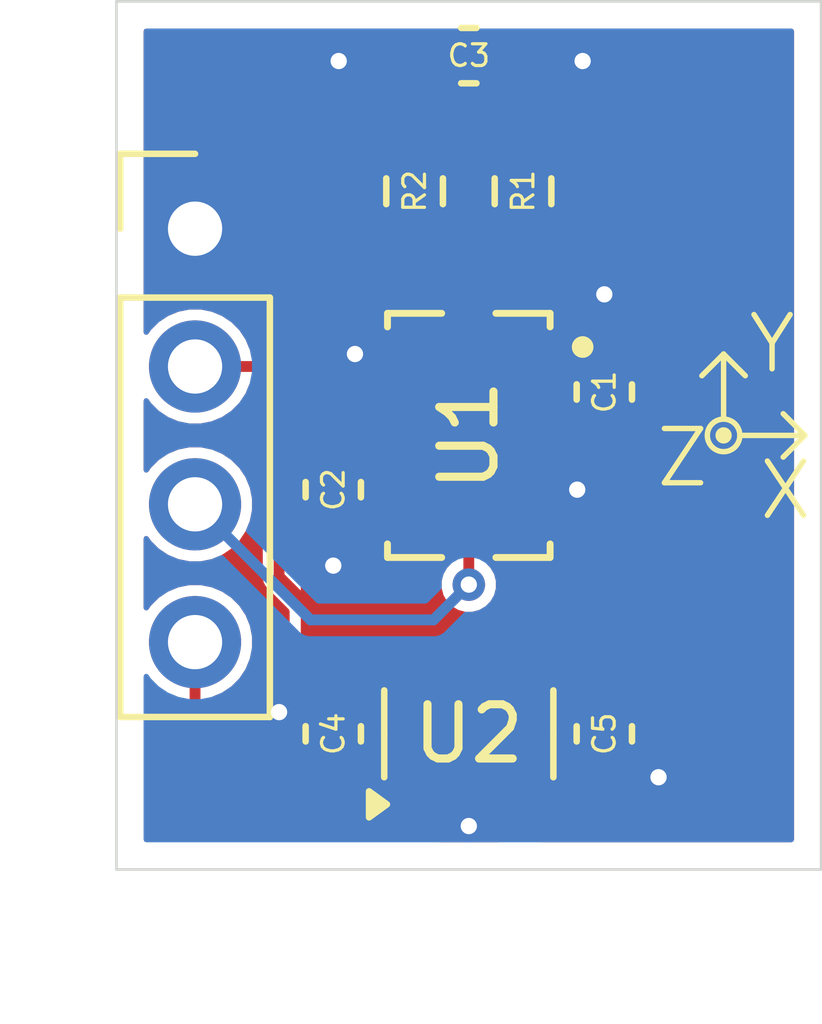
<source format=kicad_pcb>
(kicad_pcb (version 20241229) (generator "pcbnew") (generator_version "9.0")
  (layers (0 "F.Cu" signal) (2 "B.Cu" signal) (13 "F.Paste" user) (15 "B.Paste" user) (5 "F.SilkS" user "F.Silkscreen") (7 "B.SilkS" user "B.Silkscreen") (1 "F.Mask" user) (3 "B.Mask" user) (25 "Edge.Cuts" user))
  (net 0 "")
  (net 1 "VDD")
  (net 2 "SCL")
  (net 3 "SDA")
  (net 5 "GND")
  (net 6 "VIN")
  (footprint "Resistor_SMD:R_0603_1608Metric" (layer "F.Cu") (at 105.5 54.5 -90)
    (property "Reference" "R2" (at 0 0 90) (layer "F.SilkS") (effects (font (size 0.4 0.4) (thickness 0.06))))
    (property "Value" "4.7k")
    (fp_line (start -0.237258 0.5225) (end 0.237258 0.5225) (stroke (width 0.12)) (layer "F.SilkS"))
    (fp_line (start -0.237258 -0.5225) (end 0.237258 -0.5225) (stroke (width 0.12)) (layer "F.SilkS"))
    (pad "1" smd roundrect (at -0.825 0 270) (size 0.8 0.95) (layers "F.Cu" "F.Mask" "F.Paste") (net 1 "VDD"))
    (pad "2" smd roundrect (at 0.825 0 270) (size 0.8 0.95) (layers "F.Cu" "F.Mask" "F.Paste") (net 3 "SDA"))
  )
  (footprint "Resistor_SMD:R_0603_1608Metric" (layer "F.Cu") (at 107.5 54.5 -90)
    (property "Reference" "R1" (at 0 0 90) (layer "F.SilkS") (effects (font (size 0.4 0.4) (thickness 0.06))))
    (property "Value" "4.7k")
    (fp_line (start -0.237258 0.5225) (end 0.237258 0.5225) (stroke (width 0.12)) (layer "F.SilkS"))
    (fp_line (start -0.237258 -0.5225) (end 0.237258 -0.5225) (stroke (width 0.12)) (layer "F.SilkS"))
    (pad "1" smd roundrect (at -0.825 0 270) (size 0.8 0.95) (layers "F.Cu" "F.Mask" "F.Paste") (net 1 "VDD"))
    (pad "2" smd roundrect (at 0.825 0 270) (size 0.8 0.95) (layers "F.Cu" "F.Mask" "F.Paste") (net 2 "SCL"))
  )
  (footprint "Capacitor_SMD:C_0603_1608Metric" (layer "F.Cu") (at 106.5 52)
    (property "Reference" "C3" (at 0 0 0) (layer "F.SilkS") (effects (font (size 0.4 0.4) (thickness 0.06))))
    (property "Value" "4.7uF")
    (fp_line (start -0.14058 -0.51) (end 0.14058 -0.51) (stroke (width 0.12)) (layer "F.SilkS"))
    (fp_line (start -0.14058 0.51) (end 0.14058 0.51) (stroke (width 0.12)) (layer "F.SilkS"))
    (pad "1" smd roundrect (at -0.775 0) (size 0.9 0.95) (layers "F.Cu" "F.Mask" "F.Paste") (net 1 "VDD"))
    (pad "2" smd roundrect (at 0.775 0) (size 0.9 0.95) (layers "F.Cu" "F.Mask" "F.Paste") (net 5 "GND"))
  )
  (footprint "Capacitor_SMD:C_0603_1608Metric" (layer "F.Cu") (at 109 58.2 90)
    (property "Reference" "C1" (at 0 0 90) (layer "F.SilkS") (effects (font (size 0.4 0.4) (thickness 0.06))))
    (property "Value" "0.1uF")
    (fp_line (start -0.14058 -0.51) (end 0.14058 -0.51) (stroke (width 0.12)) (layer "F.SilkS"))
    (fp_line (start -0.14058 0.51) (end 0.14058 0.51) (stroke (width 0.12)) (layer "F.SilkS"))
    (pad "1" smd roundrect (at -0.775 0 90) (size 0.9 0.95) (layers "F.Cu" "F.Mask" "F.Paste") (net 1 "VDD"))
    (pad "2" smd roundrect (at 0.775 0 90) (size 0.9 0.95) (layers "F.Cu" "F.Mask" "F.Paste") (net 5 "GND"))
  )
  (footprint "BMI088:PQFN50P450X300X100-16N" (layer "F.Cu") (at 106.5 59 -90)
    (property "Reference" "U1" (at 0 0 90) (layer "F.SilkS"))
    (property "Value" "BMI088")
    (fp_line (start -2.25 1.5) (end -2.25 0.5) (stroke (width 0.127)) (layer "F.SilkS"))
    (fp_line (start -2 1.5) (end -2.25 1.5) (stroke (width 0.127)) (layer "F.SilkS"))
    (fp_line (start 2.25 1.5) (end 2 1.5) (stroke (width 0.127)) (layer "F.SilkS"))
    (fp_line (start 2.25 0.5) (end 2.25 1.5) (stroke (width 0.127)) (layer "F.SilkS"))
    (fp_line (start -2.25 -0.5) (end -2.25 -1.5) (stroke (width 0.127)) (layer "F.SilkS"))
    (fp_line (start 2.25 -0.5) (end 2.25 -1.5) (stroke (width 0.127)) (layer "F.SilkS"))
    (fp_line (start -2.25 -1.5) (end -2 -1.5) (stroke (width 0.127)) (layer "F.SilkS"))
    (fp_line (start 2.25 -1.5) (end 2 -1.5) (stroke (width 0.127)) (layer "F.SilkS"))
    (fp_circle (center -1.629 -2.1) (end -1.529 -2.1) (stroke (width 0.2)) (fill no) (layer "F.SilkS"))
    (pad "1" smd rect (at -1.5 -1.165 270) (size 0.35 0.59) (layers "F.Cu" "F.Mask" "F.Paste"))
    (pad "2" smd rect (at -1 -1.165 270) (size 0.35 0.59) (layers "F.Cu" "F.Mask" "F.Paste") (net 5 "GND"))
    (pad "3" smd rect (at -0.5 -1.165 270) (size 0.35 0.59) (layers "F.Cu" "F.Mask" "F.Paste") (net 1 "VDD"))
    (pad "4" smd rect (at 0 -1.165 270) (size 0.35 0.59) (layers "F.Cu" "F.Mask" "F.Paste") (net 5 "GND"))
    (pad "5" smd rect (at 0.5 -1.165 270) (size 0.35 0.59) (layers "F.Cu" "F.Mask" "F.Paste") (net 1 "VDD"))
    (pad "6" smd rect (at 1 -1.165 270) (size 0.35 0.59) (layers "F.Cu" "F.Mask" "F.Paste") (net 5 "GND"))
    (pad "7" smd rect (at 1.5 -1.165 270) (size 0.35 0.59) (layers "F.Cu" "F.Mask" "F.Paste") (net 1 "VDD"))
    (pad "8" smd rect (at 1.915 0 270) (size 0.59 0.35) (layers "F.Cu" "F.Mask" "F.Paste") (net 2 "SCL"))
    (pad "9" smd rect (at 1.5 1.165 270) (size 0.35 0.59) (layers "F.Cu" "F.Mask" "F.Paste") (net 3 "SDA"))
    (pad "10" smd rect (at 1 1.165 270) (size 0.35 0.59) (layers "F.Cu" "F.Mask" "F.Paste") (net 5 "GND"))
    (pad "11" smd rect (at 0.5 1.165 270) (size 0.35 0.59) (layers "F.Cu" "F.Mask" "F.Paste") (net 1 "VDD"))
    (pad "12" smd rect (at 0 1.165 270) (size 0.35 0.59) (layers "F.Cu" "F.Mask" "F.Paste"))
    (pad "13" smd rect (at -0.5 1.165 270) (size 0.35 0.59) (layers "F.Cu" "F.Mask" "F.Paste"))
    (pad "14" smd rect (at -1 1.165 270) (size 0.35 0.59) (layers "F.Cu" "F.Mask" "F.Paste") (net 1 "VDD"))
    (pad "15" smd rect (at -1.5 1.165 270) (size 0.35 0.59) (layers "F.Cu" "F.Mask" "F.Paste") (net 5 "GND"))
    (pad "16" smd rect (at -1.915 0 270) (size 0.59 0.35) (layers "F.Cu" "F.Mask" "F.Paste"))
  )
  (footprint "Connector_PinHeader_2.54mm:PinHeader_1x04_P2.54mm_Vertical" (layer "F.Cu") (at 101.45 55.19)
    (property "Reference" "J1" (hide yes))
    (property "Value" "Conn_01x04_Pin")
    (fp_line (start -1.38 -1.38) (end 0 -1.38) (stroke (width 0.12)) (layer "F.SilkS"))
    (fp_line (start -1.38 0) (end -1.38 -1.38) (stroke (width 0.12)) (layer "F.SilkS"))
    (fp_line (start -1.38 1.27) (end -1.38 9) (stroke (width 0.12)) (layer "F.SilkS"))
    (fp_line (start -1.38 1.27) (end 1.38 1.27) (stroke (width 0.12)) (layer "F.SilkS"))
    (fp_line (start -1.38 9) (end 1.38 9) (stroke (width 0.12)) (layer "F.SilkS"))
    (fp_line (start 1.38 1.27) (end 1.38 9) (stroke (width 0.12)) (layer "F.SilkS"))
    (pad "1" thru_hole rect (at 0 0) (size 1.7 1.7) (drill 1) (layers "*.Cu" "*.Mask") (net 5 "GND"))
    (pad "2" thru_hole circle (at 0 2.54) (size 1.7 1.7) (drill 1) (layers "*.Cu" "*.Mask") (net 3 "SDA"))
    (pad "3" thru_hole circle (at 0 5.08) (size 1.7 1.7) (drill 1) (layers "*.Cu" "*.Mask") (net 2 "SCL"))
    (pad "4" thru_hole circle (at 0 7.62) (size 1.7 1.7) (drill 1) (layers "*.Cu" "*.Mask") (net 6 "VIN"))
  )
  (footprint "Package_TO_SOT_SMD:SOT-23-5" (layer "F.Cu") (at 106.5 64.5 90)
    (property "Reference" "U2" (at 0 0 180) (layer "F.SilkS"))
    (property "Value" "NJM12888F33")
    (fp_line (start 0 -1.56) (end 0.8 -1.56) (stroke (width 0.12)) (layer "F.SilkS"))
    (fp_line (start 0 -1.56) (end -0.8 -1.56) (stroke (width 0.12)) (layer "F.SilkS"))
    (fp_line (start 0 1.56) (end 0.8 1.56) (stroke (width 0.12)) (layer "F.SilkS"))
    (fp_line (start 0 1.56) (end -0.8 1.56) (stroke (width 0.12)) (layer "F.SilkS"))
    (fp_poly (pts (xy -1.3 -1.51) (xy -1.54 -1.84) (xy -1.06 -1.84)) (stroke (width 0.12)) (fill yes) (layer "F.SilkS"))
    (pad "1" smd roundrect (at -1.1375 -0.95 90) (size 1.325 0.6) (layers "F.Cu" "F.Mask" "F.Paste") (net 6 "VIN"))
    (pad "2" smd roundrect (at -1.1375 0 90) (size 1.325 0.6) (layers "F.Cu" "F.Mask" "F.Paste") (net 5 "GND"))
    (pad "3" smd roundrect (at -1.1375 0.95 90) (size 1.325 0.6) (layers "F.Cu" "F.Mask" "F.Paste") (net 6 "VIN"))
    (pad "4" smd roundrect (at 1.1375 0.95 90) (size 1.325 0.6) (layers "F.Cu" "F.Mask" "F.Paste"))
    (pad "5" smd roundrect (at 1.1375 -0.95 90) (size 1.325 0.6) (layers "F.Cu" "F.Mask" "F.Paste") (net 1 "VDD"))
  )
  (footprint "Capacitor_SMD:C_0603_1608Metric" (layer "F.Cu") (at 104 60 -90)
    (property "Reference" "C2" (at 0 0 90) (layer "F.SilkS") (effects (font (size 0.4 0.4) (thickness 0.06))))
    (property "Value" "0.1uF")
    (fp_line (start -0.14058 0.51) (end 0.14058 0.51) (stroke (width 0.12)) (layer "F.SilkS"))
    (fp_line (start -0.14058 -0.51) (end 0.14058 -0.51) (stroke (width 0.12)) (layer "F.SilkS"))
    (pad "1" smd roundrect (at -0.775 0 270) (size 0.9 0.95) (layers "F.Cu" "F.Mask" "F.Paste") (net 1 "VDD"))
    (pad "2" smd roundrect (at 0.775 0 270) (size 0.9 0.95) (layers "F.Cu" "F.Mask" "F.Paste") (net 5 "GND"))
  )
  (footprint "Capacitor_SMD:C_0603_1608Metric" (layer "F.Cu") (at 104 64.5 90)
    (property "Reference" "C4" (at 0 0 90) (layer "F.SilkS") (effects (font (size 0.4 0.4) (thickness 0.06))))
    (property "Value" "1uF")
    (fp_line (start -0.14058 -0.51) (end 0.14058 -0.51) (stroke (width 0.12)) (layer "F.SilkS"))
    (fp_line (start -0.14058 0.51) (end 0.14058 0.51) (stroke (width 0.12)) (layer "F.SilkS"))
    (pad "1" smd roundrect (at -0.775 0 90) (size 0.9 0.95) (layers "F.Cu" "F.Mask" "F.Paste") (net 6 "VIN"))
    (pad "2" smd roundrect (at 0.775 0 90) (size 0.9 0.95) (layers "F.Cu" "F.Mask" "F.Paste") (net 5 "GND"))
  )
  (footprint "Capacitor_SMD:C_0603_1608Metric" (layer "F.Cu") (at 109 64.5 -90)
    (property "Reference" "C5" (at 0 0 90) (layer "F.SilkS") (effects (font (size 0.4 0.4) (thickness 0.06))))
    (property "Value" "1uF")
    (fp_line (start -0.14058 0.51) (end 0.14058 0.51) (stroke (width 0.12)) (layer "F.SilkS"))
    (fp_line (start -0.14058 -0.51) (end 0.14058 -0.51) (stroke (width 0.12)) (layer "F.SilkS"))
    (pad "1" smd roundrect (at -0.775 0 270) (size 0.9 0.95) (layers "F.Cu" "F.Mask" "F.Paste") (net 1 "VDD"))
    (pad "2" smd roundrect (at 0.775 0 270) (size 0.9 0.95) (layers "F.Cu" "F.Mask" "F.Paste") (net 5 "GND"))
  )
  (gr_circle (center 111.2 59) (end 111.3 59) (stroke (width 0.1)) (fill yes) (layer "F.SilkS"))
  (gr_line (start 111.2 57.5) (end 110.8 57.9) (stroke (width 0.1)) (layer "F.SilkS"))
  (gr_line (start 111.5 59) (end 112.7 59) (stroke (width 0.1)) (layer "F.SilkS"))
  (gr_line (start 112.7 59) (end 112.3 59.4) (stroke (width 0.1)) (layer "F.SilkS"))
  (gr_line (start 111.2 57.5) (end 111.6 57.9) (stroke (width 0.1)) (layer "F.SilkS"))
  (gr_line (start 112.7 59) (end 112.3 58.6) (stroke (width 0.1)) (layer "F.SilkS"))
  (gr_circle (center 111.2 59) (end 111.5 59) (stroke (width 0.1)) (fill no) (layer "F.SilkS"))
  (gr_line (start 111.2 58.7) (end 111.2 57.5) (stroke (width 0.1)) (layer "F.SilkS"))
  (gr_line (start 100 51) (end 100 67) (stroke (width 0.05)) (layer "Edge.Cuts"))
  (gr_line (start 113 67) (end 100 67) (stroke (width 0.05)) (layer "Edge.Cuts"))
  (gr_line (start 113 51) (end 113 67) (stroke (width 0.05)) (layer "Edge.Cuts"))
  (gr_line (start 113 51) (end 100 51) (stroke (width 0.05)) (layer "Edge.Cuts"))
  (gr_text "X" (at 111.8 60.6 0) (layer "F.SilkS") (effects (font (size 1 1) (thickness 0.1)) (justify left bottom)))
  (gr_text "Z" (at 109.9 60 0) (layer "F.SilkS") (effects (font (size 1 1) (thickness 0.1)) (justify left bottom)))
  (gr_text "Y" (at 111.6 57.9 0) (layer "F.SilkS") (effects (font (size 1 1) (thickness 0.1)) (justify left bottom)))
  (segment (start 103 61.2) (end 103 61.6) (width 0.2) (layer "F.Cu") (net 1))
  (segment (start 110 58.5) (end 109.525 58.975) (width 0.2) (layer "F.Cu") (net 1))
  (segment (start 105.725 52) (end 105.725 53.45) (width 0.2) (layer "F.Cu") (net 1))
  (segment (start 108.675 53.675) (end 110 55) (width 0.2) (layer "F.Cu") (net 1))
  (segment (start 103 61.6) (end 103.7 62.3) (width 0.2) (layer "F.Cu") (net 1))
  (segment (start 105.5 53.675) (end 107.5 53.675) (width 0.2) (layer "F.Cu") (net 1))
  (segment (start 104.275 59.5) (end 104 59.225) (width 0.2) (layer "F.Cu") (net 1))
  (segment (start 107.665 58.5) (end 108.525 58.5) (width 0.2) (layer "F.Cu") (net 1))
  (segment (start 103 60.225) (end 103 61.2) (width 0.2) (layer "F.Cu") (net 1))
  (segment (start 109.525 58.975) (end 109 58.975) (width 0.2) (layer "F.Cu") (net 1))
  (segment (start 110 55) (end 110 58.5) (width 0.2) (layer "F.Cu") (net 1))
  (segment (start 105.725 53.45) (end 105.5 53.675) (width 0.2) (layer "F.Cu") (net 1))
  (segment (start 107.5 53.675) (end 108.675 53.675) (width 0.2) (layer "F.Cu") (net 1))
  (segment (start 104 59.225) (end 103 60.225) (width 0.2) (layer "F.Cu") (net 1))
  (segment (start 108.525 58.5) (end 109 58.975) (width 0.2) (layer "F.Cu") (net 1))
  (segment (start 106.5 60.915) (end 106.5 61.75) (width 0.2) (layer "F.Cu") (net 2))
  (segment (start 107.5 55.325) (end 107.5 56.4) (width 0.2) (layer "F.Cu") (net 2))
  (segment (start 107 56.9) (end 107 57.7) (width 0.2) (layer "F.Cu") (net 2))
  (segment (start 106.5 58.2) (end 106.5 60.915) (width 0.2) (layer "F.Cu") (net 2))
  (segment (start 107 57.7) (end 106.5 58.2) (width 0.2) (layer "F.Cu") (net 2))
  (segment (start 107.5 56.4) (end 107 56.9) (width 0.2) (layer "F.Cu") (net 2))
  (via (at 106.5 61.75) (size 0.6) (drill 0.3) (layers "F.Cu" "B.Cu") (net 2))
  (segment (start 103.58 62.4) (end 101.45 60.27) (width 0.2) (layer "B.Cu") (net 2))
  (segment (start 105.85 62.4) (end 103.58 62.4) (width 0.2) (layer "B.Cu") (net 2))
  (segment (start 106.5 61.75) (end 105.85 62.4) (width 0.2) (layer "B.Cu") (net 2))
  (segment (start 101.45 57.73) (end 103.02 57.73) (width 0.2) (layer "F.Cu") (net 3))
  (segment (start 105.335 60.5) (end 105.907 60.5) (width 0.2) (layer "F.Cu") (net 3))
  (segment (start 105.5 56.5) (end 105.5 55.325) (width 0.2) (layer "F.Cu") (net 3))
  (segment (start 106 60.407) (end 106 57) (width 0.2) (layer "F.Cu") (net 3))
  (segment (start 103.02 57.73) (end 104.25 56.5) (width 0.2) (layer "F.Cu") (net 3))
  (segment (start 106 57) (end 105.5 56.5) (width 0.2) (layer "F.Cu") (net 3))
  (segment (start 104.25 56.5) (end 105.5 56.5) (width 0.2) (layer "F.Cu") (net 3))
  (segment (start 105.907 60.5) (end 106 60.407) (width 0.2) (layer "F.Cu") (net 3))
  (segment (start 105.335 60) (end 104.775 60) (width 0.2) (layer "F.Cu") (net 5))
  (segment (start 108.425 58) (end 109 57.425) (width 0.2) (layer "F.Cu") (net 5))
  (segment (start 107 59.093) (end 107 59.9) (width 0.2) (layer "F.Cu") (net 5))
  (segment (start 107 59.9) (end 107.1 60) (width 0.2) (layer "F.Cu") (net 5))
  (segment (start 104.4 57.5) (end 105.335 57.5) (width 0.2) (layer "F.Cu") (net 5))
  (segment (start 104 60.775) (end 104 61.4) (width 0.2) (layer "F.Cu") (net 5))
  (segment (start 107.1 60) (end 107.665 60) (width 0.2) (layer "F.Cu") (net 5))
  (segment (start 104.775 60) (end 104 60.775) (width 0.2) (layer "F.Cu") (net 5))
  (segment (start 107.093 59) (end 107 59.093) (width 0.2) (layer "F.Cu") (net 5))
  (segment (start 106.5 65.6375) (end 106.5 66.2) (width 0.2) (layer "F.Cu") (net 5))
  (segment (start 107.665 58) (end 108.425 58) (width 0.2) (layer "F.Cu") (net 5))
  (segment (start 107.665 60) (end 108.5 60) (width 0.2) (layer "F.Cu") (net 5))
  (segment (start 107.665 59) (end 107.093 59) (width 0.2) (layer "F.Cu") (net 5))
  (via (at 108.5 60) (size 0.6) (drill 0.3) (layers "F.Cu" "B.Cu") (net 5))
  (via (at 110 65.3) (size 0.6) (drill 0.3) (layers "F.Cu" "B.Cu") (net 5))
  (via (at 109 56.4) (size 0.6) (drill 0.3) (layers "F.Cu" "B.Cu") (net 5))
  (via (at 103 64.1) (size 0.6) (drill 0.3) (layers "F.Cu" "B.Cu") (net 5))
  (via (at 104 61.4) (size 0.6) (drill 0.3) (layers "F.Cu" "B.Cu") (net 5))
  (via (at 108.6 52.1) (size 0.6) (drill 0.3) (layers "F.Cu" "B.Cu") (net 5))
  (via (at 104.1 52.1) (size 0.6) (drill 0.3) (layers "F.Cu" "B.Cu") (net 5))
  (via (at 104.4 57.5) (size 0.6) (drill 0.3) (layers "F.Cu" "B.Cu") (net 5))
  (via (at 106.5 66.2) (size 0.6) (drill 0.3) (layers "F.Cu" "B.Cu") (net 5))
  (segment (start 107.45 65.15) (end 107.45 65.6375) (width 0.2) (layer "F.Cu") (net 6))
  (segment (start 102.175 65.275) (end 101.45 64.55) (width 0.2) (layer "F.Cu") (net 6))
  (segment (start 106.025001 64.5) (end 106.8 64.5) (width 0.2) (layer "F.Cu") (net 6))
  (segment (start 105.55 64.975001) (end 106.025001 64.5) (width 0.2) (layer "F.Cu") (net 6))
  (segment (start 101.45 64.55) (end 101.45 62.81) (width 0.2) (layer "F.Cu") (net 6))
  (segment (start 104.575 65.275) (end 104.9375 65.6375) (width 0.2) (layer "F.Cu") (net 6))
  (segment (start 104 65.275) (end 102.175 65.275) (width 0.2) (layer "F.Cu") (net 6))
  (segment (start 104 65.275) (end 104.575 65.275) (width 0.2) (layer "F.Cu") (net 6))
  (segment (start 106.8 64.5) (end 107.45 65.15) (width 0.2) (layer "F.Cu") (net 6))
  (segment (start 104.9375 65.6375) (end 105.55 65.6375) (width 0.2) (layer "F.Cu") (net 6))
  (segment (start 105.55 65.6375) (end 105.55 64.975001) (width 0.2) (layer "F.Cu") (net 6))
  (zone (net 1) (net_name "VDD") (layer "F.Cu") (priority 1) (connect_pads yes (clearance 0.2)) (min_thickness 0.1) (fill yes (thermal_gap 0.5) (thermal_bridge_width 0.5))
    (polygon (pts (xy 109.8 64.3) (xy 109.8 58.3) (xy 106.5 58.3) (xy 105.9 57.8) (xy 103.4 57.8) (xy 103.4 64.3)))
  )
  (zone (net 5) (net_name "GND") (layers "F.Cu" "B.Cu") (connect_pads yes (clearance 0.2)) (min_thickness 0.1) (fill yes (thermal_gap 0.5) (thermal_bridge_width 0.5))
    (polygon (pts (xy 100 51) (xy 113 51) (xy 113 67) (xy 100 67)))
  )
)
</source>
